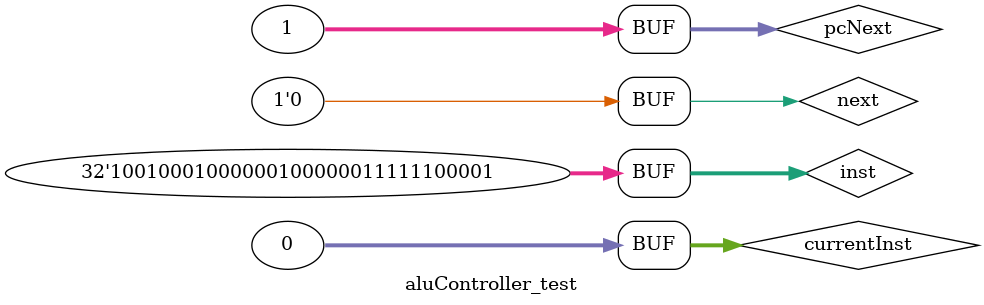
<source format=v>
module aluController_test;

	wire [10:0]opcode;
	wire [31:0]segA;
	wire [7:0]segB;
	wire [31:0]segC;
	wire [25:0]branchTarget;
	wire [3:0]aluOp;
	wire reg2Loc;
	wire branch;
	wire memRead;
	wire memToReg;
	wire memWrite;
	wire aluSrc;
	wire regWrite;
	wire [31:0]aluOut;
	wire [31:0]memOut;
	wire [31:0]regWriteData;
	wire [31:0]regOut2;
	wire [31:0]aluIn2;
	wire [31:0]regRead2;
	wire [31:0]aluIn1;
	reg [31:0]inst;
	reg [31:0]pcNext;
	wire [31:0]nextInst;
	reg [31:0]currentInst;
	reg next;

	decoder decode1(inst, opcode, segA, segB, segC, branchTarget);
	controller control1(opcode, reg2Loc, branch, memRead, memToReg,aluOp, memWrite, aluSrc, regWrite);
	mux reg2Loc1(segC, segA, reg2Loc, regRead2);
	mux branch1(pcNext, aluOut, branch, nextInst);
	mux memToReg1(aluOut, memOut, memToReg, regWriteData);
	mux aluSrc1(regOut2, segC, aluSrc, aluIn2);
	registers reg1(segB, regRead2, segA, regWrite, regWriteData, aluIn1, regOut2,regLED1,regLED2,regLED3,regLED4);
	alu alu1(aluIn1, aluIn2, aluOp, currentInst, aluOut);
	memory dataMem(memRead, memWrite, regOut2, aluOut, memOut,led1,led2,led3,led4);
	
	initial
	begin
		inst =  32'b10010001000000100000011111100001;
		next =1;
		pcNext = 1;
		currentInst = 0;
		#100;
		next = 0;
		#100;
		next = 1;
		#100;
		next = 0;
	end
endmodule
</source>
